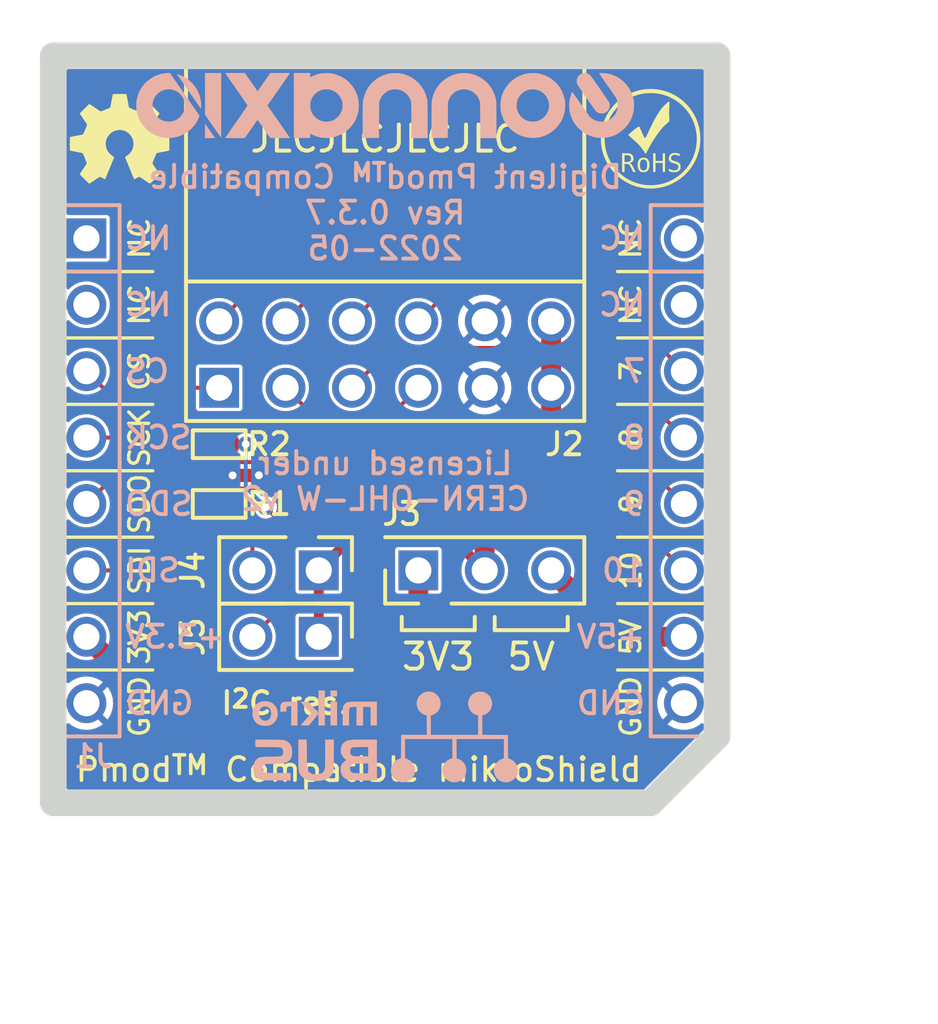
<source format=kicad_pcb>
(kicad_pcb (version 20211014) (generator pcbnew)
  (layers (0 "F.Cu" signal) (31 "B.Cu" signal) (35 "F.Paste" user) (36 "B.SilkS" user "B.Silkscreen") (37 "F.SilkS" user "F.Silkscreen") (38 "B.Mask" user) (39 "F.Mask" user) (44 "Edge.Cuts" user))
  (property "author" "Marc-Antoine Lalonde")
  (property "company" "Connaxio inc.")
  (property "day" "28")
  (property "month" "05")
  (property "rev" "0.3.7")
  (property "title" "Pmod^{TM} Compatible mikroShield")
  (property "year" "2022")
  (net 0 "")
  (net 1 "/CS")
  (net 2 "/SCK")
  (net 3 "/SDO")
  (net 4 "/SDI")
  (net 5 "+3.3VA")
  (net 6 "GND")
  (net 7 "/IO9")
  (net 8 "/IO10")
  (net 9 "/IO7")
  (net 10 "/IO8")
  (net 11 "+5VD")
  (net 12 "/VCC")
  (net 13 "Net-(J4-Pad2)")
  (net 14 "Net-(J5-Pad2)")
  (footprint "connaxio-connectors:CON_HDR_100MILS_M_TH_1X3" (layer "F.Cu") (at 143.51 118.11 90)
    (fp_text reference "J3" (at 2.159 -3.175 180) (layer "F.SilkS") (effects (font (size 0.85 0.85))))
    (fp_text value "CON_HDR_100MILS_M_TH_1X3")
    (pad "1" thru_hole rect locked (at 0 -2.54 90) (size 1.524 1.524) (drill 1) (layers *.Cu *.Mask) (net 5 "+3.3VA"))
    (pad "2" thru_hole circle locked (at 0 0 90) (size 1.524 1.524) (drill 1) (layers *.Cu *.Mask) (net 12 "/VCC"))
    (pad "3" thru_hole circle locked (at 0 2.54 90) (size 1.524 1.524) (drill 1) (layers *.Cu *.Mask) (net 11 "+5VD"))
  )
  (footprint "LOGO" (layer "F.Cu") (at 149.86 101.6)
    (fp_text reference "G***" hide)
    (fp_text value "LOGO" hide)
  )
  (footprint "connaxio-connectors:CON_HDR_100MILS_M_TH_1X2" (layer "F.Cu") (at 135.89 118.11 -90)
    (fp_text reference "J4" (at 0 3.556 90) (layer "F.SilkS") (effects (font (size 0.85 0.85))))
    (fp_text value "CON_HDR_100MILS_M_TH_1X2")
    (pad "1" thru_hole rect (at 0 -1.27 270) (size 1.524 1.524) (drill 1) (layers *.Cu *.Mask) (net 12 "/VCC"))
    (pad "2" thru_hole circle (at 0 1.27 270) (size 1.524 1.524) (drill 1) (layers *.Cu *.Mask) (net 13 "Net-(J4-Pad2)"))
  )
  (footprint "connaxio-connectors:CON_HDR_100MILS_M_TH_1X2" (layer "F.Cu") (at 135.89 120.65 -90)
    (fp_text reference "J5" (at 0 3.556 90) (layer "F.SilkS") (effects (font (size 0.85 0.85))))
    (fp_text value "CON_HDR_100MILS_M_TH_1X2")
    (pad "1" thru_hole rect (at 0 -1.27 270) (size 1.524 1.524) (drill 1) (layers *.Cu *.Mask) (net 12 "/VCC"))
    (pad "2" thru_hole circle (at 0 1.27 270) (size 1.524 1.524) (drill 1) (layers *.Cu *.Mask) (net 14 "Net-(J5-Pad2)"))
  )
  (footprint "connaxio-connectors:CON_HDR_100MILS_F_TH_RA_2X6" (layer "F.Cu") (at 139.7 108.585 90)
    (fp_text reference "J2" (at -4.699 6.858 180) (layer "F.SilkS") (effects (font (size 0.85 0.85))))
    (fp_text value "CON_HDR_100MILS_F_TH_RA_2X6")
    (pad "1" thru_hole rect (at -2.54 -6.35 90) (size 1.524 1.524) (drill 1) (layers *.Cu *.Mask) (net 1 "/CS"))
    (pad "2" thru_hole circle (at -2.54 -3.81 90) (size 1.524 1.524) (drill 1) (layers *.Cu *.Mask) (net 3 "/SDO"))
    (pad "3" thru_hole circle (at -2.54 -1.27 90) (size 1.524 1.524) (drill 1) (layers *.Cu *.Mask) (net 4 "/SDI"))
    (pad "4" thru_hole circle (at -2.54 1.27 90) (size 1.524 1.524) (drill 1) (layers *.Cu *.Mask) (net 2 "/SCK"))
    (pad "5" thru_hole circle (at -2.54 3.81 90) (size 1.524 1.524) (drill 1) (layers *.Cu *.Mask) (net 6 "GND"))
    (pad "6" thru_hole circle (at -2.54 6.35 90) (size 1.524 1.524) (drill 1) (layers *.Cu *.Mask) (net 12 "/VCC"))
    (pad "7" thru_hole circle (at 0 -6.35 90) (size 1.524 1.524) (drill 1) (layers *.Cu *.Mask) (net 9 "/IO7"))
    (pad "8" thru_hole circle (at 0 -3.81 90) (size 1.524 1.524) (drill 1) (layers *.Cu *.Mask) (net 10 "/IO8"))
    (pad "9" thru_hole circle (at 0 -1.27 90) (size 1.524 1.524) (drill 1) (layers *.Cu *.Mask) (net 7 "/IO9"))
    (pad "10" thru_hole circle (at 0 1.27 90) (size 1.524 1.524) (drill 1) (layers *.Cu *.Mask) (net 8 "/IO10"))
    (pad "11" thru_hole circle (at 0 3.81 90) (size 1.524 1.524) (drill 1) (layers *.Cu *.Mask) (net 6 "GND"))
    (pad "12" thru_hole circle (at 0 6.35 90) (size 1.524 1.524) (drill 1) (layers *.Cu *.Mask) (net 12 "/VCC"))
  )
  (footprint "LOGO" (layer "F.Cu") (at 129.54 101.6)
    (fp_text reference "G***" hide)
    (fp_text value "LOGO" hide)
  )
  (footprint "connaxio-resistors:RES_0402_1005M" (layer "F.Cu") (at 133.35 115.57 180)
    (fp_text reference "R1" (at -1.905 0) (layer "F.SilkS") (effects (font (size 0.85 0.85))))
    (fp_text value "RES_1.00KΩ_1%_0402")
    (pad "1" smd roundrect (at -0.5 0 180) (size 0.5 0.6) (layers "F.Cu" "F.Paste" "F.Mask") (net 13 "Net-(J4-Pad2)"))
    (pad "2" smd roundrect (at 0.5 0 180) (size 0.5 0.6) (layers "F.Cu" "F.Paste" "F.Mask") (net 4 "/SDI"))
  )
  (footprint "connaxio-resistors:RES_0402_1005M" (layer "F.Cu") (at 133.35 113.284 180)
    (fp_text reference "R2" (at -1.905 0) (layer "F.SilkS") (effects (font (size 0.85 0.85))))
    (fp_text value "RES_1.00KΩ_1%_0402")
    (pad "1" smd roundrect (at -0.5 0 180) (size 0.5 0.6) (layers "F.Cu" "F.Paste" "F.Mask") (net 14 "Net-(J5-Pad2)"))
    (pad "2" smd roundrect (at 0.5 0 180) (size 0.5 0.6) (layers "F.Cu" "F.Paste" "F.Mask") (net 2 "/SCK"))
  )
  (footprint "connaxio-connectors:CON_HDR_MIKROBUS_ADDON_TH" (layer "F.Cu") (at 139.7 114.3)
    (fp_text reference "J1" (at -11.176 10.922) (layer "B.SilkS") (effects (font (size 0.85 0.85)) (justify mirror)))
    (fp_text value "CON_HDR_MIKROBUS_ADDON_TH")
    (fp_text user "10" (at 10.033 3.81 unlocked) (layer "B.SilkS") (effects (font (size 0.85 0.85)) (justify left mirror)))
    (fp_text user "NC" (at -10.033 -6.35 unlocked) (layer "B.SilkS") (effects (font (size 0.85 0.85)) (justify right mirror)))
    (fp_text user "GND" (at -10.033 8.89 unlocked) (layer "B.SilkS") (effects (font (size 0.85 0.85)) (justify right mirror)))
    (fp_text user "NC" (at 10.033 -8.89 unlocked) (layer "B.SilkS") (effects (font (size 0.85 0.85)) (justify left mirror)))
    (fp_text user "+3.3V" (at -10.033 6.35 unlocked) (layer "B.SilkS") (effects (font (size 0.85 0.85)) (justify right mirror)))
    (fp_text user "7" (at 10.033 -3.81 unlocked) (layer "B.SilkS") (effects (font (size 0.85 0.85)) (justify left mirror)))
    (fp_text user "SCK" (at -10.033 -1.27 unlocked) (layer "B.SilkS") (effects (font (size 0.85 0.85)) (justify right mirror)))
    (fp_text user "SDO" (at -10.033 1.27 unlocked) (layer "B.SilkS") (effects (font (size 0.85 0.85)) (justify right mirror)))
    (fp_text user "9" (at 10.033 1.27 unlocked) (layer "B.SilkS") (effects (font (size 0.85 0.85)) (justify left mirror)))
    (fp_text user "+5V" (at 10.033 6.35 unlocked) (layer "B.SilkS") (effects (font (size 0.85 0.85)) (justify left mirror)))
    (fp_text user "8" (at 10.033 -1.27 unlocked) (layer "B.SilkS") (effects (font (size 0.85 0.85)) (justify left mirror)))
    (fp_text user "CS" (at -10.033 -3.81 unlocked) (layer "B.SilkS") (effects (font (size 0.85 0.85)) (justify right mirror)))
    (fp_text user "NC" (at 10.033 -6.35 unlocked) (layer "B.SilkS") (effects (font (size 0.85 0.85)) (justify left mirror)))
    (fp_text user "GND" (at 10.033 8.89 unlocked) (layer "B.SilkS") (effects (font (size 0.85 0.85)) (justify left mirror)))
    (fp_text user "NC" (at -10.033 -8.89 unlocked) (layer "B.SilkS") (effects (font (size 0.85 0.85)) (justify right mirror)))
    (fp_text user "SDI" (at -10.033 3.81 unlocked) (layer "B.SilkS") (effects (font (size 0.85 0.85)) (justify right mirror)))
    (fp_text user "SDI" (at -9.398 3.81 90) (layer "F.SilkS") (effects (font (size 0.762 0.762) (thickness 0.127))))
    (fp_text user "5V" (at 9.398 6.35 90) (layer "F.SilkS") (effects (font (size 0.762 0.762) (thickness 0.127))))
    (fp_text user "SDO" (at -9.398 1.27 90) (layer "F.SilkS") (effects (font (size 0.762 0.762) (thickness 0.127))))
    (fp_text user "8" (at 9.398 -1.27 90) (layer "F.SilkS") (effects (font (size 0.762 0.762) (thickness 0.127))))
    (fp_text user "NC" (at 9.398 -8.89 90) (layer "F.SilkS") (effects (font (size 0.762 0.762) (thickness 0.127))))
    (fp_text user "CS" (at -9.398 -3.81 90) (layer "F.SilkS") (effects (font (size 0.762 0.762) (thickness 0.127))))
    (fp_text user "10" (at 9.398 3.81 90) (layer "F.SilkS") (effects (font (size 0.762 0.762) (thickness 0.127))))
    (fp_text user "SCK" (at -9.398 -1.27 90) (layer "F.SilkS") (effects (font (size 0.762 0.762) (thickness 0.127))))
    (fp_text user "9" (at 9.398 1.27 90) (layer "F.SilkS") (effects (font (size 0.762 0.762) (thickness 0.127))))
    (fp_text user "GND" (at 9.398 9.017 90) (layer "F.SilkS") (effects (font (size 0.762 0.762) (thickness 0.127))))
    (fp_text user "NC" (at 9.398 -6.35 90) (layer "F.SilkS") (effects (font (size 0.762 0.762) (thickness 0.127))))
    (fp_text user "7" (at 9.398 -3.81 90) (layer "F.SilkS") (effects (font (size 0.762 0.762) (thickness 0.127))))
    (fp_text user "NC" (at -9.398 -8.89 90) (layer "F.SilkS") (effects (font (size 0.762 0.762) (thickness 0.127))))
    (fp_text user "NC" (at -9.398 -6.35 90) (layer "F.SilkS") (effects (font (size 0.762 0.762) (thickness 0.127))))
    (fp_text user "3V3" (at -9.398 6.35 90) (layer "F.SilkS") (effects (font (size 0.762 0.762) (thickness 0.127))))
    (fp_text user "GND" (at -9.398 9.017 90) (layer "F.SilkS") (effects (font (size 0.762 0.762) (thickness 0.127))))
    (pad "1" thru_hole rect (at -11.43 -8.89) (size 1.524 1.524) (drill 1) (layers *.Cu *.Mask))
    (pad "2" thru_hole circle (at -11.43 -6.35) (size 1.524 1.524) (drill 1) (layers *.Cu *.Mask))
    (pad "3" thru_hole circle (at -11.43 -3.81) (size 1.524 1.524) (drill 1) (layers *.Cu *.Mask) (net 1 "/CS"))
    (pad "4" thru_hole circle (at -11.43 -1.27) (size 1.524 1.524) (drill 1) (layers *.Cu *.Mask) (net 2 "/SCK"))
    (pad "5" thru_hole circle (at -11.43 1.27) (size 1.524 1.524) (drill 1) (layers *.Cu *.Mask) (net 3 "/SDO"))
    (pad "6" thru_hole circle (at -11.43 3.81) (size 1.524 1.524) (drill 1) (layers *.Cu *.Mask) (net 4 "/SDI"))
    (pad "7" thru_hole circle (at -11.43 6.35) (size 1.524 1.524) (drill 1) (layers *.Cu *.Mask) (net 5 "+3.3VA"))
    (pad "8" thru_hole circle (at -11.43 8.89) (size 1.524 1.524) (drill 1) (layers *.Cu *.Mask) (net 6 "GND"))
    (pad "9" thru_hole circle (at 11.43 -8.89) (size 1.524 1.524) (drill 1) (layers *.Cu *.Mask))
    (pad "10" thru_hole circle (at 11.43 -6.35) (size 1.524 1.524) (drill 1) (layers *.Cu *.Mask))
    (pad "11" thru_hole circle (at 11.43 -3.81) (size 1.524 1.524) (drill 1) (layers *.Cu *.Mask) (net 9 "/IO7"))
    (pad "12" thru_hole circle (at 11.43 -1.27) (size 1.524 1.524) (drill 1) (layers *.Cu *.Mask) (net 10 "/IO8"))
    (pad "13" thru_hole circle (at 11.43 1.27) (size 1.524 1.524) (drill 1) (layers *.Cu *.Mask) (net 7 "/IO9"))
    (pad "14" thru_hole circle (at 11.43 3.81) (size 1.524 1.524) (drill 1) (layers *.Cu *.Mask) (net 8 "/IO10"))
    (pad "15" thru_hole circle (at 11.43 6.35) (size 1.524 1.524) (drill 1) (layers *.Cu *.Mask) (net 11 "+5VD"))
    (pad "16" thru_hole circle (at 11.43 8.89) (size 1.524 1.524) (drill 1) (layers *.Cu *.Mask) (net 6 "GND"))
  )
  (footprint "LOGO" (layer "B.Cu") (at 139.7 124.46 180)
    (fp_text reference "G***" hide)
    (fp_text value "LOGO" hide)
  )
  (footprint "LOGO" (layer "B.Cu") (at 139.7 100.33 180)
    (fp_text reference "G***" hide)
    (fp_text value "LOGO" hide)
  )
  (gr_line (start 143.129 120.396) (end 143.129 119.888) (layer "F.SilkS") (width 0.15))
  (gr_line (start 140.335 119.888) (end 140.335 120.396) (layer "F.SilkS") (width 0.15))
  (gr_line (start 140.335 120.396) (end 143.129 120.396) (layer "F.SilkS") (width 0.15))
  (gr_line (start 146.685 120.396) (end 143.891 120.396) (layer "F.SilkS") (width 0.15))
  (gr_line (start 143.891 120.396) (end 143.891 119.888) (layer "F.SilkS") (width 0.15))
  (gr_line (start 146.685 119.888) (end 146.685 120.396) (layer "F.SilkS") (width 0.15))
  (gr_line (start 152.4 98.425) (end 127 98.425) (layer "Edge.Cuts") (width 1.016))
  (gr_line (start 127 127) (end 149.86 127) (layer "Edge.Cuts") (width 1.016))
  (gr_line (start 152.4 124.46) (end 152.4 98.425) (layer "Edge.Cuts") (width 1.016))
  (gr_line (start 127 98.425) (end 127 127) (layer "Edge.Cuts") (width 1.016))
  (gr_line (start 149.86 127) (end 152.4 124.46) (layer "Edge.Cuts") (width 1.016))
  (gr_text "Digilent Pmod^{TM} Compatible\nRev ${rev}\n${year}-${month}\n\n\n\n\n\nLicensed under\nCERN-OHL-W v2" (at 139.7 109.22) (layer "B.SilkS") (effects (font (size 0.85 0.85)) (justify mirror)))
  (gr_text "3V3" (at 141.732 121.412) (layer "F.SilkS") (effects (font (size 1 1))))
  (gr_text "${title}" (at 138.684 125.73) (layer "F.SilkS") (effects (font (size 0.889 0.889) (thickness 0.1397))))
  (gr_text "JLCJLCJLCJLC" (at 139.7 101.6) (layer "F.SilkS") (effects (font (size 1 1))))
  (gr_text "I^{2}C res." (at 135.89 123.19) (layer "F.SilkS") (effects (font (size 0.85 0.85))))
  (gr_text "5V" (at 145.288 121.412) (layer "F.SilkS") (effects (font (size 1 1))))
  (segment (start 128.905 111.125) (end 128.27 110.49) (width 0.1524) (layer "F.Cu") (net 1))
  (segment (start 133.35 111.125) (end 128.905 111.125) (width 0.1524) (layer "F.Cu") (net 1))
  (segment (start 139.065 113.03) (end 140.97 111.125) (width 0.1524) (layer "F.Cu") (net 2))
  (segment (start 133.485 112.649) (end 135.001 112.649) (width 0.1524) (layer "F.Cu") (net 2))
  (segment (start 132.85 113.284) (end 133.485 112.649) (width 0.1524) (layer "F.Cu") (net 2))
  (segment (start 135.001 112.649) (end 135.382 113.03) (width 0.1524) (layer "F.Cu") (net 2))
  (segment (start 135.382 113.03) (end 139.065 113.03) (width 0.1524) (layer "F.Cu") (net 2))
  (segment (start 132.85 113.284) (end 132.596 113.03) (width 0.1524) (layer "F.Cu") (net 2))
  (segment (start 132.596 113.03) (end 128.27 113.03) (width 0.1524) (layer "F.Cu") (net 2))
  (segment (start 137.16 112.395) (end 138.938 112.395) (width 0.1524) (layer "F.Cu") (net 3))
  (segment (start 139.7 111.633) (end 139.7 110.617) (width 0.1524) (layer "F.Cu") (net 3))
  (segment (start 142.24 110.617) (end 142.24 112.141) (width 0.1524) (layer "F.Cu") (net 3))
  (segment (start 142.24 112.141) (end 140.4112 113.9698) (width 0.1524) (layer "F.Cu") (net 3))
  (segment (start 141.732 110.109) (end 142.24 110.617) (width 0.1524) (layer "F.Cu") (net 3))
  (segment (start 140.208 110.109) (end 141.732 110.109) (width 0.1524) (layer "F.Cu") (net 3))
  (segment (start 139.7 110.617) (end 140.208 110.109) (width 0.1524) (layer "F.Cu") (net 3))
  (segment (start 138.938 112.395) (end 139.7 111.633) (width 0.1524) (layer "F.Cu") (net 3))
  (segment (start 129.8702 113.9698) (end 128.27 115.57) (width 0.1524) (layer "F.Cu") (net 3))
  (segment (start 135.89 111.125) (end 137.16 112.395) (width 0.1524) (layer "F.Cu") (net 3))
  (segment (start 140.4112 113.9698) (end 129.8702 113.9698) (width 0.1524) (layer "F.Cu") (net 3))
  (segment (start 141.559489 114.980511) (end 133.439489 114.980511) (width 0.1524) (layer "F.Cu") (net 4))
  (segment (start 144.653 111.887) (end 141.559489 114.980511) (width 0.1524) (layer "F.Cu") (net 4))
  (segment (start 144.018 109.601) (end 144.653 110.236) (width 0.1524) (layer "F.Cu") (net 4))
  (segment (start 132.85 115.57) (end 131.961 115.57) (width 0.1524) (layer "F.Cu") (net 4))
  (segment (start 144.653 110.236) (end 144.653 111.887) (width 0.1524) (layer "F.Cu") (net 4))
  (segment (start 129.421 118.11) (end 128.27 118.11) (width 0.1524) (layer "F.Cu") (net 4))
  (segment (start 129.9885 117.5425) (end 129.421 118.11) (width 0.1524) (layer "F.Cu") (net 4))
  (segment (start 133.439489 114.980511) (end 132.85 115.57) (width 0.1524) (layer "F.Cu") (net 4))
  (segment (start 138.43 111.125) (end 139.954 109.601) (width 0.1524) (layer "F.Cu") (net 4))
  (segment (start 139.954 109.601) (end 144.018 109.601) (width 0.1524) (layer "F.Cu") (net 4))
  (segment (start 131.961 115.57) (end 129.9885 117.5425) (width 0.1524) (layer "F.Cu") (net 4))
  (segment (start 140.97 121.2088) (end 140.97 118.11) (width 0.762) (layer "F.Cu") (net 5))
  (segment (start 128.27 120.65) (end 130.556 122.936) (width 0.762) (layer "F.Cu") (net 5))
  (segment (start 139.2428 122.936) (end 140.97 121.2088) (width 0.762) (layer "F.Cu") (net 5))
  (segment (start 130.556 122.936) (end 139.2428 122.936) (width 0.762) (layer "F.Cu") (net 5))
  (segment (start 133.8633 114.477811) (end 134.863389 114.477811) (width 0.508) (layer "F.Cu") (net 6))
  (segment (start 134.863389 114.477811) (end 134.8687 114.4725) (width 0.508) (layer "F.Cu") (net 6))
  (via (at 134.8687 114.4725) (size 0.6) (drill 0.3) (layers "F.Cu" "B.Cu") (net 6))
  (via (at 133.8633 114.477811) (size 0.6) (drill 0.3) (layers "F.Cu" "B.Cu") (net 6))
  (segment (start 148.209 107.442) (end 147.066 106.299) (width 0.1524) (layer "F.Cu") (net 7))
  (segment (start 148.209 112.649) (end 148.209 107.442) (width 0.1524) (layer "F.Cu") (net 7))
  (segment (start 151.13 115.57) (end 148.209 112.649) (width 0.1524) (layer "F.Cu") (net 7))
  (segment (start 147.066 106.299) (end 140.716 106.299) (width 0.1524) (layer "F.Cu") (net 7))
  (segment (start 140.716 106.299) (end 138.43 108.585) (width 0.1524) (layer "F.Cu") (net 7))
  (segment (start 142.494 107.061) (end 146.685 107.061) (width 0.1524) (layer "F.Cu") (net 8))
  (segment (start 147.574 107.95) (end 147.574 114.554) (width 0.1524) (layer "F.Cu") (net 8))
  (segment (start 147.574 114.554) (end 151.13 118.11) (width 0.1524) (layer "F.Cu") (net 8))
  (segment (start 140.97 108.585) (end 142.494 107.061) (width 0.1524) (layer "F.Cu") (net 8))
  (segment (start 146.685 107.061) (end 147.574 107.95) (width 0.1524) (layer "F.Cu") (net 8))
  (segment (start 151.13 110.49) (end 149.733 109.093) (width 0.1524) (layer "F.Cu") (net 9))
  (segment (start 147.828 104.902) (end 137.033 104.902) (width 0.1524) (layer "F.Cu") (net 9))
  (segment (start 137.033 104.902) (end 133.35 108.585) (width 0.1524) (layer "F.Cu") (net 9))
  (segment (start 149.733 109.093) (end 149.733 106.807) (width 0.1524) (layer "F.Cu") (net 9))
  (segment (start 149.733 106.807) (end 147.828 104.902) (width 0.1524) (layer "F.Cu") (net 9))
  (segment (start 148.971 110.871) (end 148.971 107.188) (width 0.1524) (layer "F.Cu") (net 10))
  (segment (start 148.971 107.188) (end 147.447 105.664) (width 0.1524) (layer "F.Cu") (net 10))
  (segment (start 138.811 105.664) (end 135.89 108.585) (width 0.1524) (layer "F.Cu") (net 10))
  (segment (start 151.13 113.03) (end 148.971 110.871) (width 0.1524) (layer "F.Cu") (net 10))
  (segment (start 147.447 105.664) (end 138.811 105.664) (width 0.1524) (layer "F.Cu") (net 10))
  (segment (start 151.13 120.65) (end 148.59 120.65) (width 0.762) (layer "F.Cu") (net 11))
  (segment (start 148.59 120.65) (end 146.05 118.11) (width 0.762) (layer "F.Cu") (net 11))
  (segment (start 146.05 108.585) (end 146.05 111.125) (width 0.762) (layer "F.Cu") (net 12))
  (segment (start 139.192 116.078) (end 137.16 118.11) (width 0.381) (layer "F.Cu") (net 12))
  (segment (start 137.16 118.11) (end 137.16 120.65) (width 0.381) (layer "F.Cu") (net 12))
  (segment (start 146.05 113.919) (end 146.05 111.125) (width 0.762) (layer "F.Cu") (net 12))
  (segment (start 141.478 116.078) (end 139.192 116.078) (width 0.381) (layer "F.Cu") (net 12))
  (segment (start 143.51 116.459) (end 146.05 113.919) (width 0.762) (layer "F.Cu") (net 12))
  (segment (start 143.51 118.11) (end 143.51 116.459) (width 0.762) (layer "F.Cu") (net 12))
  (segment (start 141.478 116.078) (end 143.51 118.11) (width 0.381) (layer "F.Cu") (net 12))
  (segment (start 134.62 118.11) (end 134.62 116.34) (width 0.1524) (layer "F.Cu") (net 13))
  (segment (start 134.62 116.34) (end 133.85 115.57) (width 0.1524) (layer "F.Cu") (net 13))
  (segment (start 135.128 115.697) (end 135.9154 116.4844) (width 0.1524) (layer "F.Cu") (net 14))
  (segment (start 135.9154 119.3546) (end 134.62 120.65) (width 0.1524) (layer "F.Cu") (net 14))
  (segment (start 135.9154 116.4844) (end 135.9154 119.3546) (width 0.1524) (layer "F.Cu") (net 14))
  (segment (start 133.85 113.284) (end 134.366 113.284) (width 0.1524) (layer "F.Cu") (net 14))
  (via (at 134.366 113.284) (size 0.6) (drill 0.3) (layers "F.Cu" "B.Cu") (net 14))
  (via (at 135.128 115.697) (size 0.6) (drill 0.3) (layers "F.Cu" "B.Cu") (net 14))
  (segment (start 134.366 114.935) (end 135.128 115.697) (width 0.1524) (layer "B.Cu") (net 14))
  (segment (start 134.366 113.284) (end 134.366 114.935) (width 0.1524) (layer "B.Cu") (net 14))
  (zone (net 6) (net_name "GND") (layer "B.Cu") (connect_pads (clearance 0.127)) (min_thickness 0.127) (fill yes (thermal_gap 0.254) (thermal_bridge_width 0.254))
    (polygon (pts (xy 151.892 124.206) (xy 149.606 126.492) (xy 127.508 126.492) (xy 127.508 98.933) (xy 151.892 98.933)))
  )
)
</source>
